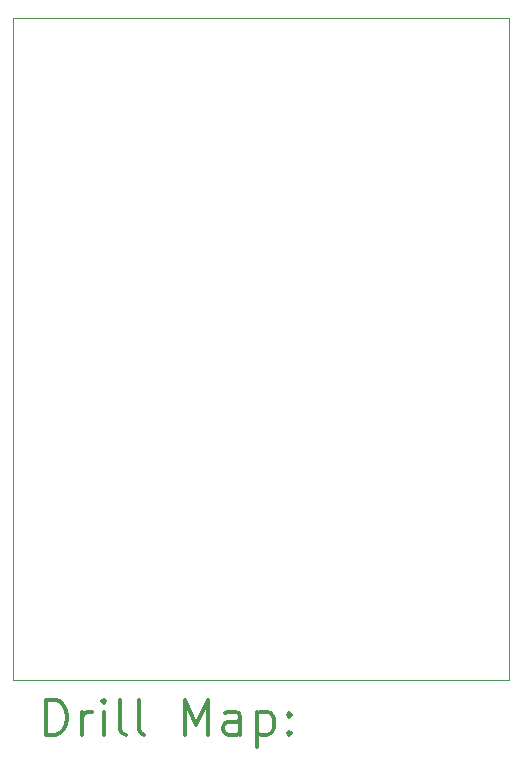
<source format=gbr>
%FSLAX45Y45*%
G04 Gerber Fmt 4.5, Leading zero omitted, Abs format (unit mm)*
G04 Created by KiCad (PCBNEW 5.1.6-c6e7f7d~87~ubuntu20.04.1) date 2020-09-02 03:29:40*
%MOMM*%
%LPD*%
G01*
G04 APERTURE LIST*
%TA.AperFunction,Profile*%
%ADD10C,0.050000*%
%TD*%
%ADD11C,0.200000*%
%ADD12C,0.300000*%
G04 APERTURE END LIST*
D10*
X3700000Y-1900000D02*
X7900000Y-1900000D01*
X3700000Y-1900000D02*
X3700000Y-7500000D01*
X7900000Y-7500000D02*
X3700000Y-7500000D01*
X7900000Y-1900000D02*
X7900000Y-7500000D01*
D11*
D12*
X3983928Y-7968214D02*
X3983928Y-7668214D01*
X4055357Y-7668214D01*
X4098214Y-7682500D01*
X4126786Y-7711071D01*
X4141071Y-7739643D01*
X4155357Y-7796786D01*
X4155357Y-7839643D01*
X4141071Y-7896786D01*
X4126786Y-7925357D01*
X4098214Y-7953929D01*
X4055357Y-7968214D01*
X3983928Y-7968214D01*
X4283928Y-7968214D02*
X4283928Y-7768214D01*
X4283928Y-7825357D02*
X4298214Y-7796786D01*
X4312500Y-7782500D01*
X4341071Y-7768214D01*
X4369643Y-7768214D01*
X4469643Y-7968214D02*
X4469643Y-7768214D01*
X4469643Y-7668214D02*
X4455357Y-7682500D01*
X4469643Y-7696786D01*
X4483928Y-7682500D01*
X4469643Y-7668214D01*
X4469643Y-7696786D01*
X4655357Y-7968214D02*
X4626786Y-7953929D01*
X4612500Y-7925357D01*
X4612500Y-7668214D01*
X4812500Y-7968214D02*
X4783928Y-7953929D01*
X4769643Y-7925357D01*
X4769643Y-7668214D01*
X5155357Y-7968214D02*
X5155357Y-7668214D01*
X5255357Y-7882500D01*
X5355357Y-7668214D01*
X5355357Y-7968214D01*
X5626786Y-7968214D02*
X5626786Y-7811071D01*
X5612500Y-7782500D01*
X5583928Y-7768214D01*
X5526786Y-7768214D01*
X5498214Y-7782500D01*
X5626786Y-7953929D02*
X5598214Y-7968214D01*
X5526786Y-7968214D01*
X5498214Y-7953929D01*
X5483928Y-7925357D01*
X5483928Y-7896786D01*
X5498214Y-7868214D01*
X5526786Y-7853929D01*
X5598214Y-7853929D01*
X5626786Y-7839643D01*
X5769643Y-7768214D02*
X5769643Y-8068214D01*
X5769643Y-7782500D02*
X5798214Y-7768214D01*
X5855357Y-7768214D01*
X5883928Y-7782500D01*
X5898214Y-7796786D01*
X5912500Y-7825357D01*
X5912500Y-7911071D01*
X5898214Y-7939643D01*
X5883928Y-7953929D01*
X5855357Y-7968214D01*
X5798214Y-7968214D01*
X5769643Y-7953929D01*
X6041071Y-7939643D02*
X6055357Y-7953929D01*
X6041071Y-7968214D01*
X6026786Y-7953929D01*
X6041071Y-7939643D01*
X6041071Y-7968214D01*
X6041071Y-7782500D02*
X6055357Y-7796786D01*
X6041071Y-7811071D01*
X6026786Y-7796786D01*
X6041071Y-7782500D01*
X6041071Y-7811071D01*
M02*

</source>
